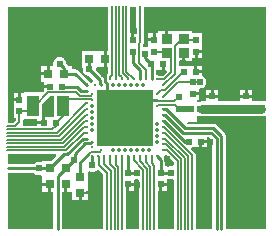
<source format=gtl>
G04*
G04 #@! TF.GenerationSoftware,Altium Limited,Altium Designer,18.0.11 (651)*
G04*
G04 Layer_Physical_Order=1*
G04 Layer_Color=255*
%FSLAX24Y24*%
%MOIN*%
G70*
G01*
G75*
%ADD10C,0.0098*%
%ADD12C,0.0079*%
%ADD13R,0.0236X0.0197*%
%ADD14R,0.0197X0.0236*%
%ADD15R,0.0256X0.0197*%
%ADD16R,0.0300X0.0300*%
%ADD17R,0.0315X0.0295*%
%ADD18R,0.0374X0.0335*%
%ADD19R,0.0295X0.0315*%
%ADD21R,0.1909X0.1909*%
%ADD22R,0.0394X0.0709*%
%ADD32C,0.0108*%
%ADD33C,0.0059*%
%ADD34C,0.0057*%
%ADD35C,0.0200*%
%ADD36C,0.0300*%
%ADD37C,0.0072*%
%ADD38C,0.0240*%
%ADD39C,0.0138*%
G36*
X372Y2817D02*
X316D01*
Y2598D01*
X216D01*
Y2817D01*
X169D01*
Y3708D01*
X372D01*
Y2817D01*
D02*
G37*
G36*
X4692Y550D02*
X4557D01*
X4550Y550D01*
X4237D01*
Y667D01*
X4039D01*
X3841D01*
Y550D01*
X3114D01*
Y667D01*
X2718D01*
Y550D01*
X2566D01*
X2538Y549D01*
X2510Y544D01*
X2483Y536D01*
X2457Y526D01*
X2452Y523D01*
X2407Y547D01*
X2417Y585D01*
X2464D01*
Y753D01*
X2266D01*
Y853D01*
X2464D01*
Y932D01*
X2486Y980D01*
X2515Y982D01*
X2543Y988D01*
X2570Y997D01*
X2596Y1010D01*
X2620Y1026D01*
X2642Y1045D01*
X2661Y1067D01*
X2677Y1091D01*
X2690Y1116D01*
X2699Y1144D01*
X2704Y1172D01*
X2706Y1201D01*
X2704Y1230D01*
X2699Y1258D01*
X2690Y1285D01*
X2677Y1311D01*
X2661Y1335D01*
X2642Y1357D01*
X2620Y1376D01*
X2596Y1392D01*
X2580Y1400D01*
Y1495D01*
X2362D01*
Y1545D01*
X2312D01*
Y1744D01*
X1803D01*
Y1906D01*
X1913D01*
Y2173D01*
X2013D01*
Y1906D01*
X2250D01*
Y1985D01*
X2328D01*
Y2203D01*
X2378D01*
Y2253D01*
X2576D01*
Y2379D01*
Y2815D01*
X2250D01*
Y2893D01*
X1442D01*
Y2626D01*
X1342D01*
Y2893D01*
X1105D01*
Y2815D01*
X1028D01*
Y2597D01*
X978D01*
Y2547D01*
X779D01*
Y2388D01*
X764Y2371D01*
X729Y2354D01*
X717Y2359D01*
X688Y2364D01*
X659Y2366D01*
X646Y2365D01*
X607Y2403D01*
X606Y2443D01*
X607Y2443D01*
X618Y2461D01*
X625Y2479D01*
X630Y2499D01*
X632Y2520D01*
Y3708D01*
X4692D01*
Y550D01*
D02*
G37*
G36*
X1320Y1593D02*
X1368D01*
X1389Y1543D01*
X1255Y1409D01*
X1166D01*
X1153Y1417D01*
X1130Y1427D01*
X1107Y1432D01*
X1083Y1434D01*
X1036Y1472D01*
Y1593D01*
X1220D01*
Y1791D01*
X1320D01*
Y1593D01*
D02*
G37*
G36*
X-555Y2216D02*
X-609D01*
Y1959D01*
Y1701D01*
X-555D01*
Y1483D01*
X-584Y1454D01*
X-597Y1439D01*
X-608Y1421D01*
X-616Y1402D01*
X-620Y1383D01*
X-622Y1363D01*
X-630Y1350D01*
X-639Y1327D01*
X-686Y1318D01*
X-692Y1320D01*
X-693Y1323D01*
X-706Y1343D01*
X-721Y1361D01*
X-971Y1611D01*
X-970Y1619D01*
X-972Y1648D01*
X-973Y1651D01*
X-943Y1701D01*
X-907D01*
Y1701D01*
X-709D01*
Y1959D01*
Y2216D01*
X-907D01*
Y2216D01*
X-943D01*
Y2216D01*
X-1439D01*
Y1701D01*
X-1439D01*
X-1409Y1651D01*
X-1410Y1648D01*
X-1411Y1619D01*
X-1410Y1590D01*
X-1404Y1562D01*
X-1395Y1535D01*
X-1382Y1509D01*
X-1366Y1485D01*
X-1347Y1463D01*
X-1325Y1444D01*
X-1301Y1428D01*
X-1275Y1415D01*
X-1248Y1406D01*
X-1220Y1400D01*
X-1191Y1398D01*
X-1183Y1399D01*
X-1057Y1273D01*
X-1056Y1251D01*
X-1067Y1213D01*
X-1075Y1208D01*
X-1094Y1192D01*
X-1101Y1183D01*
X-1132Y1177D01*
X-1162Y1183D01*
X-1170Y1192D01*
X-1189Y1208D01*
X-1200Y1215D01*
X-1558Y1572D01*
X-1575Y1588D01*
X-1595Y1600D01*
X-1617Y1609D01*
X-1640Y1614D01*
X-1663Y1616D01*
X-1770D01*
Y1724D01*
X-1886D01*
X-1897Y1742D01*
X-1912Y1759D01*
X-1955Y1803D01*
X-1955Y1811D01*
X-1957Y1840D01*
X-1962Y1868D01*
X-1972Y1895D01*
X-1984Y1921D01*
X-2000Y1945D01*
X-2019Y1967D01*
X-2041Y1986D01*
X-2065Y2002D01*
X-2091Y2015D01*
X-2118Y2024D01*
X-2146Y2030D01*
X-2175Y2032D01*
X-2204Y2030D01*
X-2232Y2024D01*
X-2260Y2015D01*
X-2285Y2002D01*
X-2309Y1986D01*
X-2331Y1967D01*
X-2350Y1945D01*
X-2366Y1921D01*
X-2379Y1895D01*
X-2388Y1868D01*
X-2394Y1840D01*
X-2396Y1811D01*
X-2394Y1782D01*
X-2392Y1774D01*
X-2418Y1733D01*
X-2431Y1724D01*
X-2499D01*
Y1467D01*
X-2549D01*
Y1417D01*
X-2797D01*
Y1209D01*
X-2708D01*
Y1083D01*
X-2490D01*
Y983D01*
X-2708D01*
Y881D01*
X-2719Y872D01*
X-2765Y858D01*
Y858D01*
X-2765Y858D01*
X-3359D01*
Y828D01*
X-3465D01*
Y610D01*
X-3515D01*
Y560D01*
X-3713D01*
Y392D01*
Y-2D01*
X-3645D01*
Y-73D01*
X-3711Y-140D01*
X-3905D01*
Y3708D01*
X-555D01*
Y2216D01*
D02*
G37*
G36*
X-2375Y31D02*
X-2658D01*
Y-167D01*
X-2708D01*
Y-217D01*
X-2926D01*
Y-256D01*
X-3394D01*
X-3412Y-206D01*
X-3410Y-203D01*
X-3399Y-186D01*
X-3391Y-167D01*
X-3386Y-147D01*
X-3385Y-127D01*
Y-90D01*
X-3359Y-51D01*
X-2926D01*
Y-117D01*
X-2758D01*
Y31D01*
X-2765D01*
Y458D01*
X-2503Y720D01*
X-2375D01*
Y31D01*
D02*
G37*
G36*
X-2290Y-1259D02*
X-2467Y-1435D01*
X-2760D01*
Y-1439D01*
X-2770Y-1451D01*
X-2810Y-1473D01*
X-2820Y-1470D01*
X-2848Y-1464D01*
X-2877Y-1463D01*
X-2906Y-1464D01*
X-2934Y-1470D01*
X-2961Y-1479D01*
X-2987Y-1492D01*
X-3011Y-1508D01*
X-3033Y-1527D01*
X-3038Y-1533D01*
X-3899D01*
X-3905Y-1528D01*
Y-1213D01*
X-2309D01*
X-2290Y-1259D01*
D02*
G37*
G36*
X1630Y-1479D02*
Y-1565D01*
X1623Y-1575D01*
X1580Y-1603D01*
X1574Y-1602D01*
X1545Y-1600D01*
X1516Y-1602D01*
X1488Y-1608D01*
X1461Y-1617D01*
X1439Y-1628D01*
X1430Y-1625D01*
X1389Y-1603D01*
Y-1603D01*
X1341Y-1600D01*
Y-1388D01*
X1339Y-1364D01*
X1333Y-1342D01*
X1324Y-1320D01*
X1312Y-1300D01*
X1299Y-1284D01*
X1367Y-1216D01*
X1630Y-1479D01*
D02*
G37*
G36*
X-871Y-1748D02*
X-732Y-1887D01*
Y-3701D01*
X-739Y-3708D01*
X-2080D01*
X-2087Y-3700D01*
Y-2462D01*
X-2021D01*
Y-2215D01*
X-1921D01*
Y-2462D01*
X-1754D01*
Y-2748D01*
X-1546D01*
Y-2500D01*
X-1496D01*
Y-2461D01*
X-1299D01*
Y-2450D01*
X-1239D01*
Y-2252D01*
X-1239D01*
Y-2216D01*
X-1239D01*
Y-1801D01*
X-1203Y-1778D01*
X-1189Y-1773D01*
X-1167Y-1784D01*
X-1140Y-1793D01*
X-1111Y-1799D01*
X-1083Y-1800D01*
X-1054Y-1799D01*
X-1026Y-1793D01*
X-998Y-1784D01*
X-972Y-1771D01*
X-948Y-1755D01*
X-927Y-1736D01*
X-871Y-1748D01*
D02*
G37*
G36*
X2457Y74D02*
X2483Y64D01*
X2510Y56D01*
X2538Y51D01*
X2566Y50D01*
X4550D01*
X4557Y50D01*
X4692D01*
Y-3708D01*
X3373D01*
X3365Y-3700D01*
Y-616D01*
X3365Y-616D01*
X3363Y-592D01*
X3358Y-569D01*
X3349Y-548D01*
X3337Y-528D01*
X3321Y-510D01*
X3321Y-510D01*
X3042Y-231D01*
X3025Y-216D01*
X3004Y-203D01*
X2983Y-194D01*
X2960Y-189D01*
X2937Y-187D01*
X2086D01*
X2079Y-178D01*
X2106Y-128D01*
X2392D01*
Y56D01*
X2414Y73D01*
X2442Y83D01*
X2457Y74D01*
D02*
G37*
G36*
X2910Y-742D02*
Y-3700D01*
X2903Y-3708D01*
X2361D01*
X2354Y-3701D01*
Y-1233D01*
X2353Y-1213D01*
X2348Y-1193D01*
X2340Y-1174D01*
X2330Y-1157D01*
X2316Y-1141D01*
X2207Y-1032D01*
X2227Y-986D01*
X2470D01*
Y-787D01*
X2520D01*
Y-737D01*
X2738D01*
Y-642D01*
X2810D01*
X2910Y-742D01*
D02*
G37*
G36*
X1461Y-2025D02*
X1488Y-2034D01*
X1516Y-2039D01*
X1545Y-2041D01*
X1574Y-2039D01*
X1580Y-2038D01*
X1623Y-2066D01*
X1630Y-2077D01*
Y-3701D01*
X1623Y-3708D01*
X1096D01*
X1090Y-3701D01*
Y-2433D01*
X1141D01*
Y-2215D01*
X1191D01*
Y-2165D01*
X1389D01*
Y-2041D01*
X1395Y-2035D01*
X1422Y-2019D01*
X1439Y-2014D01*
X1461Y-2025D01*
D02*
G37*
G36*
X375Y-2039D02*
X404Y-2041D01*
X430Y-2040D01*
X433Y-2040D01*
X480Y-2076D01*
Y-3701D01*
X473Y-3708D01*
X38D01*
X32Y-3701D01*
Y-2433D01*
X48D01*
Y-2215D01*
X98D01*
Y-2165D01*
X297D01*
Y-2069D01*
X299Y-2065D01*
X343Y-2034D01*
X346Y-2034D01*
X375Y-2039D01*
D02*
G37*
G36*
X-3033Y-1839D02*
X-3011Y-1858D01*
X-2987Y-1874D01*
X-2961Y-1887D01*
X-2934Y-1896D01*
X-2906Y-1902D01*
X-2877Y-1904D01*
X-2848Y-1902D01*
X-2820Y-1896D01*
X-2810Y-1893D01*
X-2797Y-1900D01*
X-2760Y-1931D01*
Y-1967D01*
X-2760D01*
Y-2165D01*
X-2503D01*
Y-2215D01*
X-2453D01*
Y-2462D01*
X-2387D01*
Y-3700D01*
X-2394Y-3708D01*
X-3905D01*
Y-1838D01*
X-3899Y-1833D01*
X-3038D01*
X-3033Y-1839D01*
D02*
G37*
%LPC*%
G36*
X928Y2815D02*
X779D01*
Y2647D01*
X928D01*
Y2815D01*
D02*
G37*
G36*
X2576Y2153D02*
X2428D01*
Y1985D01*
X2576D01*
Y2153D01*
D02*
G37*
G36*
X2580Y1744D02*
X2412D01*
Y1595D01*
X2580D01*
Y1744D01*
D02*
G37*
G36*
X4237Y935D02*
X4089D01*
Y767D01*
X4237D01*
Y935D01*
D02*
G37*
G36*
X3114Y935D02*
X2966D01*
Y767D01*
X3114D01*
Y935D01*
D02*
G37*
G36*
X2866D02*
X2718D01*
Y767D01*
X2866D01*
Y935D01*
D02*
G37*
G36*
X3989Y935D02*
X3841D01*
Y767D01*
X3989D01*
Y935D01*
D02*
G37*
G36*
X-2599Y1724D02*
X-2797D01*
Y1517D01*
X-2599D01*
Y1724D01*
D02*
G37*
G36*
X-3565Y828D02*
X-3713D01*
Y660D01*
X-3565D01*
Y828D01*
D02*
G37*
G36*
X-1239Y-2550D02*
X-1446D01*
Y-2748D01*
X-1239D01*
Y-2550D01*
D02*
G37*
G36*
X2738Y-837D02*
X2570D01*
Y-986D01*
X2738D01*
Y-837D01*
D02*
G37*
G36*
X1389Y-2265D02*
X1241D01*
Y-2433D01*
X1389D01*
Y-2265D01*
D02*
G37*
G36*
X297D02*
X148D01*
Y-2433D01*
X297D01*
Y-2265D01*
D02*
G37*
G36*
X-2553D02*
X-2760D01*
Y-2462D01*
X-2553D01*
Y-2265D01*
D02*
G37*
%LPD*%
D10*
X1310Y-98D02*
X1999Y-787D01*
X2126D01*
X1333Y98D02*
X1923Y-492D01*
X2872D01*
X1988Y-337D02*
X2937D01*
X1356Y295D02*
X1988Y-337D01*
X2872Y-492D02*
X3060Y-680D01*
X2937Y-337D02*
X3216Y-616D01*
X3060Y-3700D02*
Y-680D01*
X3216Y-3700D02*
Y-616D01*
X-1083Y-1580D02*
Y-1280D01*
X-1496Y-1969D02*
Y-1484D01*
X-1243Y-1231D01*
X-1971Y-1683D02*
X-1666Y-1378D01*
X-2237Y-1949D02*
X-1971Y-1683D01*
X-2237Y-3700D02*
Y-1949D01*
X-591Y591D02*
X0Y0D01*
X-591Y591D02*
Y1083D01*
X-2877Y-1683D02*
X-2503D01*
X659Y2008D02*
Y2146D01*
Y2008D02*
X876Y1791D01*
X-2175Y1811D02*
X-2018Y1654D01*
Y1467D02*
Y1654D01*
X-2096Y1033D02*
X-1614D01*
X-1467Y886D01*
X-1280D01*
X-2018Y1467D02*
X-1663D01*
X-1280Y1083D01*
X-1191Y1619D02*
X-827Y1255D01*
X-1191Y1619D02*
Y1959D01*
X-827Y1152D02*
X-787Y1113D01*
Y1083D02*
Y1113D01*
X-827Y1152D02*
Y1255D01*
X-653Y1213D02*
Y1434D01*
Y1213D02*
X-591Y1151D01*
Y1083D02*
Y1151D01*
X266Y1830D02*
X492Y1604D01*
X266Y1830D02*
Y2205D01*
X98Y-1821D02*
X404D01*
X591Y591D02*
X1083D01*
X0Y0D02*
X236Y236D01*
X591Y591D01*
X-1917Y-1220D02*
X-1386Y-689D01*
X-1280D01*
X-1113Y-787D02*
X-1083D01*
X-1175Y-850D02*
X-1113Y-787D01*
X-1327Y-850D02*
X-1175D01*
X98Y-1821D02*
Y-1280D01*
X1083D02*
X1191Y-1388D01*
Y-1821D02*
Y-1388D01*
Y-1821D02*
X1211Y-1841D01*
X1280Y98D02*
X1333D01*
X1280Y295D02*
X1356D01*
X1280Y-98D02*
X1310D01*
X492Y1280D02*
Y1604D01*
X886Y1280D02*
Y1781D01*
X876Y1791D02*
X886Y1781D01*
X1211Y-1841D02*
X1545D01*
X-1666Y-1378D02*
Y-1189D01*
X-1327Y-850D01*
X-2503Y-1683D02*
X-2040Y-1220D01*
X-1917D01*
X-3899Y-1683D02*
X-2877D01*
D12*
X-866Y-1555D02*
Y-1299D01*
X-886Y-1280D02*
X-866Y-1299D01*
Y-1555D02*
X-593Y-1829D01*
X-689Y-1535D02*
Y-1280D01*
Y-1535D02*
X-457Y-1768D01*
Y-3701D02*
Y-1768D01*
X-593Y-3701D02*
Y-1829D01*
D13*
X2520Y-787D02*
D03*
X2126D02*
D03*
X2362Y1545D02*
D03*
X1969D02*
D03*
X876Y1791D02*
D03*
X1270D02*
D03*
X-2096Y1033D02*
D03*
X-2490D02*
D03*
X-2314Y-167D02*
D03*
X-2708D02*
D03*
D14*
X4039Y323D02*
D03*
Y717D02*
D03*
X1792Y699D02*
D03*
Y305D02*
D03*
X2266Y803D02*
D03*
Y1197D02*
D03*
X2916Y717D02*
D03*
Y323D02*
D03*
X1191Y-1821D02*
D03*
Y-2215D02*
D03*
X98Y-1821D02*
D03*
Y-2215D02*
D03*
X2378Y2597D02*
D03*
Y2203D02*
D03*
X978Y2203D02*
D03*
Y2597D02*
D03*
X266Y2205D02*
D03*
Y2598D02*
D03*
X-3515Y217D02*
D03*
Y610D02*
D03*
D15*
X2539Y302D02*
D03*
X2165Y302D02*
D03*
D16*
X4550Y300D02*
D03*
D17*
X-1971Y-2215D02*
D03*
Y-1683D02*
D03*
X-2503Y-2215D02*
D03*
Y-1683D02*
D03*
X-1496Y-2500D02*
D03*
Y-1969D02*
D03*
D18*
X1392Y2173D02*
D03*
Y2626D02*
D03*
X1963D02*
D03*
Y2173D02*
D03*
D19*
X-2549Y1467D02*
D03*
X-2018D02*
D03*
X-1191Y1959D02*
D03*
X-659D02*
D03*
D21*
X0Y0D02*
D03*
D22*
X-2078Y404D02*
D03*
X-3062D02*
D03*
D32*
X886Y1280D02*
D03*
X-492D02*
D03*
X-295D02*
D03*
X-98D02*
D03*
X98D02*
D03*
X295D02*
D03*
X492D02*
D03*
X689D02*
D03*
X1083D02*
D03*
X-1280Y1083D02*
D03*
X-984D02*
D03*
X-787D02*
D03*
X-591D02*
D03*
X-394D02*
D03*
X-197D02*
D03*
X0D02*
D03*
X197D02*
D03*
X394D02*
D03*
X591D02*
D03*
X1280D02*
D03*
X1083Y787D02*
D03*
X-1280Y886D02*
D03*
X-1083Y787D02*
D03*
X1280Y689D02*
D03*
X-1083Y591D02*
D03*
X1083D02*
D03*
X-1280Y492D02*
D03*
X-1083Y394D02*
D03*
X1083D02*
D03*
X-1280Y295D02*
D03*
X1280D02*
D03*
X-1083Y197D02*
D03*
X-1280Y98D02*
D03*
X1280D02*
D03*
X-1083Y0D02*
D03*
X-1280Y-98D02*
D03*
X1280D02*
D03*
X-1083Y-197D02*
D03*
X1083D02*
D03*
X-1280Y-295D02*
D03*
X1280D02*
D03*
X-1083Y-394D02*
D03*
X1083D02*
D03*
X-1280Y-492D02*
D03*
X1280D02*
D03*
X1083Y-591D02*
D03*
X-1280Y-689D02*
D03*
X1280D02*
D03*
X-1083Y-787D02*
D03*
X1083D02*
D03*
X1280Y-886D02*
D03*
X-1083Y-984D02*
D03*
X-787Y-1083D02*
D03*
X-394D02*
D03*
X-197D02*
D03*
X0D02*
D03*
X197D02*
D03*
X394D02*
D03*
X591D02*
D03*
X787D02*
D03*
X1280D02*
D03*
X-1083Y-1280D02*
D03*
X-886D02*
D03*
X-689D02*
D03*
X-492D02*
D03*
X-295D02*
D03*
X-98D02*
D03*
X98D02*
D03*
X295D02*
D03*
X492D02*
D03*
X689D02*
D03*
X886D02*
D03*
X1083D02*
D03*
D33*
X1287Y-295D02*
X2225Y-1233D01*
X1320Y-492D02*
X2108Y-1281D01*
X1352Y-689D02*
X1992Y-1329D01*
X1385Y-886D02*
X1876Y-1377D01*
X1417Y-1083D02*
X1760Y-1425D01*
X1319Y915D02*
X1949Y1545D01*
X1280Y712D02*
X1769Y1201D01*
X2486D01*
X1760Y-3701D02*
Y-1425D01*
X1876Y-3701D02*
Y-1377D01*
X1992Y-3701D02*
Y-1329D01*
X2225Y-3701D02*
Y-1233D01*
X2108Y-3701D02*
Y-1281D01*
X-2276Y-502D02*
X-1282Y492D01*
X-3917Y-502D02*
X-2276D01*
X-3917Y-386D02*
X-2444D01*
X-3515Y-127D02*
Y217D01*
X-3917Y-270D02*
X-3658D01*
X-3515Y-127D01*
X295Y1280D02*
Y1283D01*
X39Y1539D02*
X295Y1283D01*
X98Y1280D02*
Y1316D01*
X-77Y1491D02*
X98Y1316D01*
X-77Y1491D02*
Y3720D01*
X-193Y1443D02*
Y3720D01*
Y1443D02*
X-98Y1348D01*
X-309Y1293D02*
Y3720D01*
Y1293D02*
X-295Y1280D01*
X39Y1539D02*
Y3720D01*
X-425Y1429D02*
Y3720D01*
X-492Y1362D02*
X-425Y1429D01*
X453Y1835D02*
Y2470D01*
X502Y2520D02*
Y3722D01*
X453Y2470D02*
X502Y2520D01*
X-3917Y-618D02*
X-2195D01*
X-3917Y-734D02*
X-2142D01*
X-2444Y-386D02*
X-2314Y-256D01*
Y-167D01*
X-3917Y-1083D02*
X-1972D01*
X-1381Y-492D02*
X-1280D01*
X-1972Y-1083D02*
X-1381Y-492D01*
X-3917Y-967D02*
X-2020D01*
X-1348Y-295D01*
X-1280D01*
X-3917Y-850D02*
X-2071D01*
X-1319Y-98D02*
X-1280D01*
X-2071Y-850D02*
X-1319Y-98D01*
X-1309Y98D02*
X-1280D01*
X-2142Y-734D02*
X-1309Y98D01*
X-2195Y-618D02*
X-1282Y295D01*
X-1280D01*
X-1282Y492D02*
X-1280D01*
X453Y1835D02*
X689Y1599D01*
X1309Y1280D02*
X1545Y1516D01*
Y2020D01*
X1673Y1476D02*
Y2402D01*
X1392Y2173D02*
X1545Y2020D01*
X1363Y2203D02*
X1392Y2173D01*
X689Y1280D02*
Y1599D01*
X-98Y1280D02*
Y1348D01*
X-492Y1280D02*
Y1362D01*
X978Y2203D02*
X1363D01*
X1868Y2597D02*
X2378D01*
X1673Y2402D02*
X1868Y2597D01*
X1280Y689D02*
Y712D01*
X1213Y915D02*
X1319D01*
X1083Y787D02*
X1085D01*
X1213Y915D01*
X1280Y1083D02*
X1673Y1476D01*
X1083Y1280D02*
X1309D01*
X-98Y-3701D02*
Y-1280D01*
X-492Y-1535D02*
X-331Y-1697D01*
Y-3701D02*
Y-1697D01*
X-492Y-1535D02*
Y-1280D01*
X-295Y-1568D02*
X-215Y-1649D01*
Y-3701D02*
Y-1649D01*
X-295Y-1568D02*
Y-1280D01*
X295Y-1420D02*
Y-1280D01*
Y-1420D02*
X610Y-1735D01*
Y-3701D02*
Y-1735D01*
X492Y-1453D02*
X727Y-1688D01*
Y-3701D02*
Y-1688D01*
X492Y-1453D02*
Y-1280D01*
X689Y-1486D02*
X843Y-1640D01*
X689Y-1486D02*
Y-1280D01*
X843Y-3701D02*
Y-1640D01*
X886Y-1518D02*
X960Y-1592D01*
Y-3701D02*
Y-1592D01*
X886Y-1518D02*
Y-1280D01*
X1280Y-1083D02*
X1417D01*
X1280Y-492D02*
X1320D01*
X1280Y-886D02*
X1385D01*
X1280Y-689D02*
X1352D01*
X1280Y-295D02*
X1287D01*
D34*
X1642Y549D02*
X1792Y699D01*
X1124Y549D02*
X1642D01*
X1124Y435D02*
X1662D01*
X1793Y303D01*
X1795Y301D01*
X-3062Y404D02*
X-3002D01*
X-2556Y849D01*
X-1849Y632D02*
X-1124D01*
X-2556Y849D02*
X-1621D01*
X-3515Y217D02*
X-3249D01*
X-3062Y404D01*
X-2078Y69D02*
Y404D01*
X-2314Y-167D02*
X-2078Y69D01*
Y404D02*
X-1849Y632D01*
X-1514Y746D02*
X-1124D01*
X-1519Y751D02*
X-1514Y746D01*
X-1522Y751D02*
X-1519D01*
X-1621Y849D02*
X-1522Y751D01*
X-1124Y746D02*
X-1083Y787D01*
X-1124Y632D02*
X-1083Y591D01*
X1083D02*
X1124Y549D01*
X1083Y394D02*
X1124Y435D01*
D35*
X1793Y303D02*
X2145D01*
D36*
X2566Y300D02*
X4550D01*
D37*
X-1243Y-1231D02*
X-1144Y-1132D01*
X-837D01*
X-787Y-1083D01*
D38*
X1949Y1841D02*
D03*
X3490Y-3590D02*
D03*
Y-2590D02*
D03*
X2472D02*
D03*
Y-3590D02*
D03*
X2825Y-797D02*
D03*
X3570Y3590D02*
D03*
X757D02*
D03*
Y2953D02*
D03*
X1390Y3020D02*
D03*
X2710Y2210D02*
D03*
X2700Y1550D02*
D03*
X2486Y1201D02*
D03*
X2590Y700D02*
D03*
X2569Y-39D02*
D03*
X4566Y-79D02*
D03*
X4566Y679D02*
D03*
X2910Y1050D02*
D03*
X4570Y-3590D02*
D03*
Y-2590D02*
D03*
Y-1590D02*
D03*
X2472D02*
D03*
X3490D02*
D03*
Y-590D02*
D03*
X4570D02*
D03*
X2570Y3590D02*
D03*
X4570D02*
D03*
X1570D02*
D03*
X4570Y2590D02*
D03*
X3570D02*
D03*
X4570Y1590D02*
D03*
X3570D02*
D03*
X3566Y679D02*
D03*
X3566Y-79D02*
D03*
X-1710Y-1400D02*
D03*
X-1083Y-1580D02*
D03*
X-1020Y-2090D02*
D03*
X295Y2904D02*
D03*
X1496Y-2234D02*
D03*
X1208Y-3590D02*
D03*
X260D02*
D03*
X148Y-2559D02*
D03*
X-1020Y-2860D02*
D03*
X-1516Y-2864D02*
D03*
X-1020Y-3590D02*
D03*
X-1970D02*
D03*
X-1912Y-2559D02*
D03*
X-2503D02*
D03*
X-2500Y-3590D02*
D03*
X-3790Y-60D02*
D03*
X-2619Y394D02*
D03*
X-2835Y1033D02*
D03*
X-2913Y1467D02*
D03*
X-787Y2559D02*
D03*
X-2559Y2362D02*
D03*
X-719Y3590D02*
D03*
X-1575D02*
D03*
X-2559D02*
D03*
X-3790D02*
D03*
Y2362D02*
D03*
Y984D02*
D03*
Y-2470D02*
D03*
Y-3590D02*
D03*
X-2877Y-1683D02*
D03*
X-3062Y-157D02*
D03*
X659Y2146D02*
D03*
X1201Y1496D02*
D03*
X-2175Y1811D02*
D03*
X-709Y1457D02*
D03*
X404Y-1821D02*
D03*
X1545Y-1821D02*
D03*
X404Y-2244D02*
D03*
X1211Y-2550D02*
D03*
X1417Y-1378D02*
D03*
X-3790Y-1330D02*
D03*
X-2542D02*
D03*
X-709Y709D02*
D03*
X-236D02*
D03*
X236D02*
D03*
X709D02*
D03*
X-709Y236D02*
D03*
X-236D02*
D03*
X236D02*
D03*
X709D02*
D03*
X-709Y-236D02*
D03*
X-236D02*
D03*
X236D02*
D03*
X709D02*
D03*
X-709Y-709D02*
D03*
X-236D02*
D03*
X236D02*
D03*
X709D02*
D03*
X-1610Y1760D02*
D03*
X-1580Y2520D02*
D03*
X-1191Y1619D02*
D03*
D39*
X-1083Y394D02*
D03*
Y-394D02*
D03*
Y-197D02*
D03*
Y0D02*
D03*
Y197D02*
D03*
X787Y-1083D02*
D03*
X394D02*
D03*
X591D02*
D03*
X1083Y-197D02*
D03*
X1083Y-394D02*
D03*
Y-591D02*
D03*
Y-787D02*
D03*
X-394Y-1083D02*
D03*
X-197D02*
D03*
X0Y-1083D02*
D03*
X-394Y1083D02*
D03*
X-197D02*
D03*
X0D02*
D03*
X197D02*
D03*
X394D02*
D03*
X591D02*
D03*
X197Y-1083D02*
D03*
M02*

</source>
